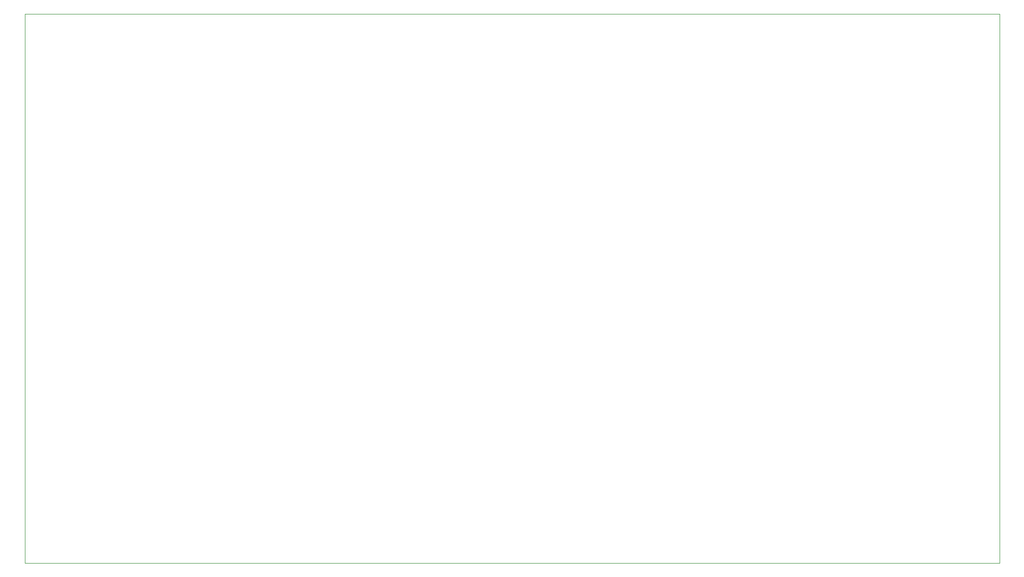
<source format=gm1>
%TF.GenerationSoftware,KiCad,Pcbnew,5.1.12-84ad8e8a86~92~ubuntu18.04.1*%
%TF.CreationDate,2022-01-22T16:21:03-05:00*%
%TF.ProjectId,kicad,6b696361-642e-46b6-9963-61645f706362,rev?*%
%TF.SameCoordinates,Original*%
%TF.FileFunction,Profile,NP*%
%FSLAX46Y46*%
G04 Gerber Fmt 4.6, Leading zero omitted, Abs format (unit mm)*
G04 Created by KiCad (PCBNEW 5.1.12-84ad8e8a86~92~ubuntu18.04.1) date 2022-01-22 16:21:03*
%MOMM*%
%LPD*%
G01*
G04 APERTURE LIST*
%TA.AperFunction,Profile*%
%ADD10C,0.100000*%
%TD*%
G04 APERTURE END LIST*
D10*
X262255000Y-53340000D02*
X262255000Y-146685000D01*
X96520000Y-53340000D02*
X262255000Y-53340000D01*
X96520000Y-146685000D02*
X96520000Y-53340000D01*
X262255000Y-146685000D02*
X96520000Y-146685000D01*
M02*

</source>
